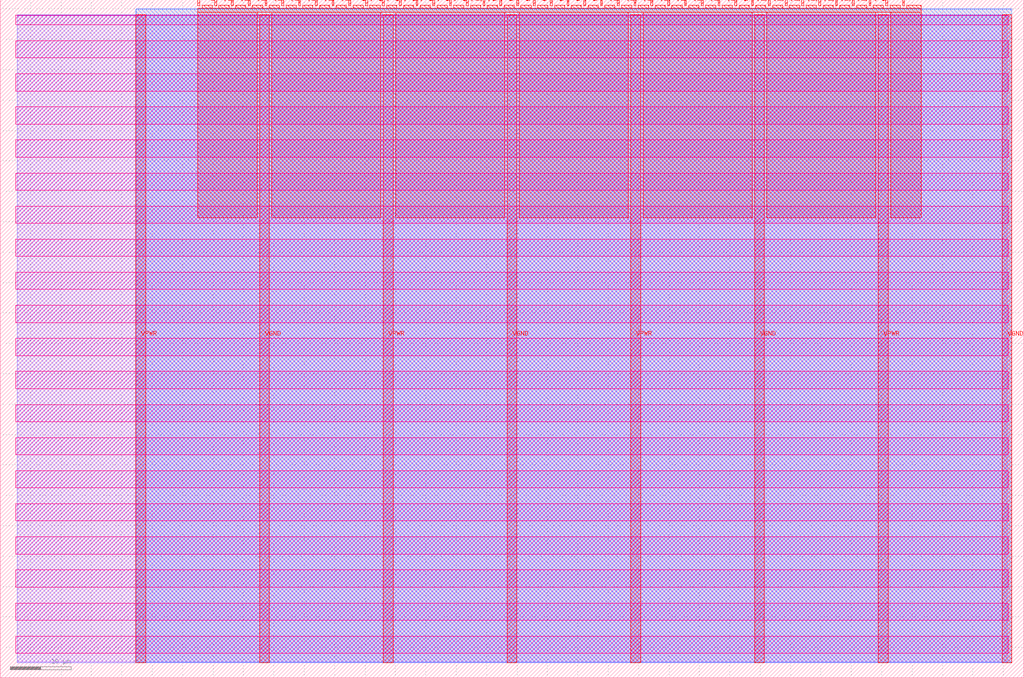
<source format=lef>
VERSION 5.7 ;
  NOWIREEXTENSIONATPIN ON ;
  DIVIDERCHAR "/" ;
  BUSBITCHARS "[]" ;
MACRO tt_um_wokwi_380408784463076353_dup
  CLASS BLOCK ;
  FOREIGN tt_um_wokwi_380408784463076353_dup ;
  ORIGIN 0.000 0.000 ;
  SIZE 168.360 BY 111.520 ;
  PIN VGND
    DIRECTION INOUT ;
    USE GROUND ;
    PORT
      LAYER met4 ;
        RECT 42.670 2.480 44.270 109.040 ;
    END
    PORT
      LAYER met4 ;
        RECT 83.380 2.480 84.980 109.040 ;
    END
    PORT
      LAYER met4 ;
        RECT 124.090 2.480 125.690 109.040 ;
    END
    PORT
      LAYER met4 ;
        RECT 164.800 2.480 166.400 109.040 ;
    END
  END VGND
  PIN VPWR
    DIRECTION INOUT ;
    USE POWER ;
    PORT
      LAYER met4 ;
        RECT 22.315 2.480 23.915 109.040 ;
    END
    PORT
      LAYER met4 ;
        RECT 63.025 2.480 64.625 109.040 ;
    END
    PORT
      LAYER met4 ;
        RECT 103.735 2.480 105.335 109.040 ;
    END
    PORT
      LAYER met4 ;
        RECT 144.445 2.480 146.045 109.040 ;
    END
  END VPWR
  PIN clk
    DIRECTION INPUT ;
    USE SIGNAL ;
    ANTENNAGATEAREA 0.852000 ;
    PORT
      LAYER met4 ;
        RECT 145.670 110.520 145.970 111.520 ;
    END
  END clk
  PIN ena
    DIRECTION INPUT ;
    USE SIGNAL ;
    PORT
      LAYER met4 ;
        RECT 148.430 110.520 148.730 111.520 ;
    END
  END ena
  PIN rst_n
    DIRECTION INPUT ;
    USE SIGNAL ;
    PORT
      LAYER met4 ;
        RECT 142.910 110.520 143.210 111.520 ;
    END
  END rst_n
  PIN ui_in[0]
    DIRECTION INPUT ;
    USE SIGNAL ;
    ANTENNAGATEAREA 0.196500 ;
    PORT
      LAYER met4 ;
        RECT 140.150 110.520 140.450 111.520 ;
    END
  END ui_in[0]
  PIN ui_in[1]
    DIRECTION INPUT ;
    USE SIGNAL ;
    ANTENNAGATEAREA 0.196500 ;
    PORT
      LAYER met4 ;
        RECT 137.390 110.520 137.690 111.520 ;
    END
  END ui_in[1]
  PIN ui_in[2]
    DIRECTION INPUT ;
    USE SIGNAL ;
    ANTENNAGATEAREA 0.126000 ;
    PORT
      LAYER met4 ;
        RECT 134.630 110.520 134.930 111.520 ;
    END
  END ui_in[2]
  PIN ui_in[3]
    DIRECTION INPUT ;
    USE SIGNAL ;
    ANTENNAGATEAREA 0.196500 ;
    PORT
      LAYER met4 ;
        RECT 131.870 110.520 132.170 111.520 ;
    END
  END ui_in[3]
  PIN ui_in[4]
    DIRECTION INPUT ;
    USE SIGNAL ;
    ANTENNAGATEAREA 0.126000 ;
    PORT
      LAYER met4 ;
        RECT 129.110 110.520 129.410 111.520 ;
    END
  END ui_in[4]
  PIN ui_in[5]
    DIRECTION INPUT ;
    USE SIGNAL ;
    ANTENNAGATEAREA 0.196500 ;
    PORT
      LAYER met4 ;
        RECT 126.350 110.520 126.650 111.520 ;
    END
  END ui_in[5]
  PIN ui_in[6]
    DIRECTION INPUT ;
    USE SIGNAL ;
    ANTENNAGATEAREA 0.196500 ;
    PORT
      LAYER met4 ;
        RECT 123.590 110.520 123.890 111.520 ;
    END
  END ui_in[6]
  PIN ui_in[7]
    DIRECTION INPUT ;
    USE SIGNAL ;
    ANTENNAGATEAREA 0.196500 ;
    PORT
      LAYER met4 ;
        RECT 120.830 110.520 121.130 111.520 ;
    END
  END ui_in[7]
  PIN uio_in[0]
    DIRECTION INPUT ;
    USE SIGNAL ;
    PORT
      LAYER met4 ;
        RECT 118.070 110.520 118.370 111.520 ;
    END
  END uio_in[0]
  PIN uio_in[1]
    DIRECTION INPUT ;
    USE SIGNAL ;
    PORT
      LAYER met4 ;
        RECT 115.310 110.520 115.610 111.520 ;
    END
  END uio_in[1]
  PIN uio_in[2]
    DIRECTION INPUT ;
    USE SIGNAL ;
    PORT
      LAYER met4 ;
        RECT 112.550 110.520 112.850 111.520 ;
    END
  END uio_in[2]
  PIN uio_in[3]
    DIRECTION INPUT ;
    USE SIGNAL ;
    PORT
      LAYER met4 ;
        RECT 109.790 110.520 110.090 111.520 ;
    END
  END uio_in[3]
  PIN uio_in[4]
    DIRECTION INPUT ;
    USE SIGNAL ;
    PORT
      LAYER met4 ;
        RECT 107.030 110.520 107.330 111.520 ;
    END
  END uio_in[4]
  PIN uio_in[5]
    DIRECTION INPUT ;
    USE SIGNAL ;
    PORT
      LAYER met4 ;
        RECT 104.270 110.520 104.570 111.520 ;
    END
  END uio_in[5]
  PIN uio_in[6]
    DIRECTION INPUT ;
    USE SIGNAL ;
    PORT
      LAYER met4 ;
        RECT 101.510 110.520 101.810 111.520 ;
    END
  END uio_in[6]
  PIN uio_in[7]
    DIRECTION INPUT ;
    USE SIGNAL ;
    PORT
      LAYER met4 ;
        RECT 98.750 110.520 99.050 111.520 ;
    END
  END uio_in[7]
  PIN uio_oe[0]
    DIRECTION OUTPUT TRISTATE ;
    USE SIGNAL ;
    PORT
      LAYER met4 ;
        RECT 51.830 110.520 52.130 111.520 ;
    END
  END uio_oe[0]
  PIN uio_oe[1]
    DIRECTION OUTPUT TRISTATE ;
    USE SIGNAL ;
    PORT
      LAYER met4 ;
        RECT 49.070 110.520 49.370 111.520 ;
    END
  END uio_oe[1]
  PIN uio_oe[2]
    DIRECTION OUTPUT TRISTATE ;
    USE SIGNAL ;
    PORT
      LAYER met4 ;
        RECT 46.310 110.520 46.610 111.520 ;
    END
  END uio_oe[2]
  PIN uio_oe[3]
    DIRECTION OUTPUT TRISTATE ;
    USE SIGNAL ;
    PORT
      LAYER met4 ;
        RECT 43.550 110.520 43.850 111.520 ;
    END
  END uio_oe[3]
  PIN uio_oe[4]
    DIRECTION OUTPUT TRISTATE ;
    USE SIGNAL ;
    PORT
      LAYER met4 ;
        RECT 40.790 110.520 41.090 111.520 ;
    END
  END uio_oe[4]
  PIN uio_oe[5]
    DIRECTION OUTPUT TRISTATE ;
    USE SIGNAL ;
    PORT
      LAYER met4 ;
        RECT 38.030 110.520 38.330 111.520 ;
    END
  END uio_oe[5]
  PIN uio_oe[6]
    DIRECTION OUTPUT TRISTATE ;
    USE SIGNAL ;
    PORT
      LAYER met4 ;
        RECT 35.270 110.520 35.570 111.520 ;
    END
  END uio_oe[6]
  PIN uio_oe[7]
    DIRECTION OUTPUT TRISTATE ;
    USE SIGNAL ;
    PORT
      LAYER met4 ;
        RECT 32.510 110.520 32.810 111.520 ;
    END
  END uio_oe[7]
  PIN uio_out[0]
    DIRECTION OUTPUT TRISTATE ;
    USE SIGNAL ;
    PORT
      LAYER met4 ;
        RECT 73.910 110.520 74.210 111.520 ;
    END
  END uio_out[0]
  PIN uio_out[1]
    DIRECTION OUTPUT TRISTATE ;
    USE SIGNAL ;
    PORT
      LAYER met4 ;
        RECT 71.150 110.520 71.450 111.520 ;
    END
  END uio_out[1]
  PIN uio_out[2]
    DIRECTION OUTPUT TRISTATE ;
    USE SIGNAL ;
    PORT
      LAYER met4 ;
        RECT 68.390 110.520 68.690 111.520 ;
    END
  END uio_out[2]
  PIN uio_out[3]
    DIRECTION OUTPUT TRISTATE ;
    USE SIGNAL ;
    PORT
      LAYER met4 ;
        RECT 65.630 110.520 65.930 111.520 ;
    END
  END uio_out[3]
  PIN uio_out[4]
    DIRECTION OUTPUT TRISTATE ;
    USE SIGNAL ;
    PORT
      LAYER met4 ;
        RECT 62.870 110.520 63.170 111.520 ;
    END
  END uio_out[4]
  PIN uio_out[5]
    DIRECTION OUTPUT TRISTATE ;
    USE SIGNAL ;
    PORT
      LAYER met4 ;
        RECT 60.110 110.520 60.410 111.520 ;
    END
  END uio_out[5]
  PIN uio_out[6]
    DIRECTION OUTPUT TRISTATE ;
    USE SIGNAL ;
    PORT
      LAYER met4 ;
        RECT 57.350 110.520 57.650 111.520 ;
    END
  END uio_out[6]
  PIN uio_out[7]
    DIRECTION OUTPUT TRISTATE ;
    USE SIGNAL ;
    PORT
      LAYER met4 ;
        RECT 54.590 110.520 54.890 111.520 ;
    END
  END uio_out[7]
  PIN uo_out[0]
    DIRECTION OUTPUT TRISTATE ;
    USE SIGNAL ;
    ANTENNADIFFAREA 0.795200 ;
    PORT
      LAYER met4 ;
        RECT 95.990 110.520 96.290 111.520 ;
    END
  END uo_out[0]
  PIN uo_out[1]
    DIRECTION OUTPUT TRISTATE ;
    USE SIGNAL ;
    ANTENNADIFFAREA 0.445500 ;
    PORT
      LAYER met4 ;
        RECT 93.230 110.520 93.530 111.520 ;
    END
  END uo_out[1]
  PIN uo_out[2]
    DIRECTION OUTPUT TRISTATE ;
    USE SIGNAL ;
    ANTENNADIFFAREA 0.445500 ;
    PORT
      LAYER met4 ;
        RECT 90.470 110.520 90.770 111.520 ;
    END
  END uo_out[2]
  PIN uo_out[3]
    DIRECTION OUTPUT TRISTATE ;
    USE SIGNAL ;
    ANTENNADIFFAREA 0.445500 ;
    PORT
      LAYER met4 ;
        RECT 87.710 110.520 88.010 111.520 ;
    END
  END uo_out[3]
  PIN uo_out[4]
    DIRECTION OUTPUT TRISTATE ;
    USE SIGNAL ;
    ANTENNADIFFAREA 0.445500 ;
    PORT
      LAYER met4 ;
        RECT 84.950 110.520 85.250 111.520 ;
    END
  END uo_out[4]
  PIN uo_out[5]
    DIRECTION OUTPUT TRISTATE ;
    USE SIGNAL ;
    ANTENNADIFFAREA 0.795200 ;
    PORT
      LAYER met4 ;
        RECT 82.190 110.520 82.490 111.520 ;
    END
  END uo_out[5]
  PIN uo_out[6]
    DIRECTION OUTPUT TRISTATE ;
    USE SIGNAL ;
    ANTENNADIFFAREA 0.445500 ;
    PORT
      LAYER met4 ;
        RECT 79.430 110.520 79.730 111.520 ;
    END
  END uo_out[6]
  PIN uo_out[7]
    DIRECTION OUTPUT TRISTATE ;
    USE SIGNAL ;
    ANTENNADIFFAREA 0.445500 ;
    PORT
      LAYER met4 ;
        RECT 76.670 110.520 76.970 111.520 ;
    END
  END uo_out[7]
  OBS
      LAYER nwell ;
        RECT 2.570 107.385 165.790 108.990 ;
        RECT 2.570 101.945 165.790 104.775 ;
        RECT 2.570 96.505 165.790 99.335 ;
        RECT 2.570 91.065 165.790 93.895 ;
        RECT 2.570 85.625 165.790 88.455 ;
        RECT 2.570 80.185 165.790 83.015 ;
        RECT 2.570 74.745 165.790 77.575 ;
        RECT 2.570 69.305 165.790 72.135 ;
        RECT 2.570 63.865 165.790 66.695 ;
        RECT 2.570 58.425 165.790 61.255 ;
        RECT 2.570 52.985 165.790 55.815 ;
        RECT 2.570 47.545 165.790 50.375 ;
        RECT 2.570 42.105 165.790 44.935 ;
        RECT 2.570 36.665 165.790 39.495 ;
        RECT 2.570 31.225 165.790 34.055 ;
        RECT 2.570 25.785 165.790 28.615 ;
        RECT 2.570 20.345 165.790 23.175 ;
        RECT 2.570 14.905 165.790 17.735 ;
        RECT 2.570 9.465 165.790 12.295 ;
        RECT 2.570 4.025 165.790 6.855 ;
      LAYER li1 ;
        RECT 2.760 2.635 165.600 108.885 ;
      LAYER met1 ;
        RECT 2.760 2.480 166.400 109.040 ;
      LAYER met2 ;
        RECT 22.345 2.535 166.370 110.005 ;
      LAYER met3 ;
        RECT 22.325 2.555 166.390 109.985 ;
      LAYER met4 ;
        RECT 33.210 110.120 34.870 110.650 ;
        RECT 35.970 110.120 37.630 110.650 ;
        RECT 38.730 110.120 40.390 110.650 ;
        RECT 41.490 110.120 43.150 110.650 ;
        RECT 44.250 110.120 45.910 110.650 ;
        RECT 47.010 110.120 48.670 110.650 ;
        RECT 49.770 110.120 51.430 110.650 ;
        RECT 52.530 110.120 54.190 110.650 ;
        RECT 55.290 110.120 56.950 110.650 ;
        RECT 58.050 110.120 59.710 110.650 ;
        RECT 60.810 110.120 62.470 110.650 ;
        RECT 63.570 110.120 65.230 110.650 ;
        RECT 66.330 110.120 67.990 110.650 ;
        RECT 69.090 110.120 70.750 110.650 ;
        RECT 71.850 110.120 73.510 110.650 ;
        RECT 74.610 110.120 76.270 110.650 ;
        RECT 77.370 110.120 79.030 110.650 ;
        RECT 80.130 110.120 81.790 110.650 ;
        RECT 82.890 110.120 84.550 110.650 ;
        RECT 85.650 110.120 87.310 110.650 ;
        RECT 88.410 110.120 90.070 110.650 ;
        RECT 91.170 110.120 92.830 110.650 ;
        RECT 93.930 110.120 95.590 110.650 ;
        RECT 96.690 110.120 98.350 110.650 ;
        RECT 99.450 110.120 101.110 110.650 ;
        RECT 102.210 110.120 103.870 110.650 ;
        RECT 104.970 110.120 106.630 110.650 ;
        RECT 107.730 110.120 109.390 110.650 ;
        RECT 110.490 110.120 112.150 110.650 ;
        RECT 113.250 110.120 114.910 110.650 ;
        RECT 116.010 110.120 117.670 110.650 ;
        RECT 118.770 110.120 120.430 110.650 ;
        RECT 121.530 110.120 123.190 110.650 ;
        RECT 124.290 110.120 125.950 110.650 ;
        RECT 127.050 110.120 128.710 110.650 ;
        RECT 129.810 110.120 131.470 110.650 ;
        RECT 132.570 110.120 134.230 110.650 ;
        RECT 135.330 110.120 136.990 110.650 ;
        RECT 138.090 110.120 139.750 110.650 ;
        RECT 140.850 110.120 142.510 110.650 ;
        RECT 143.610 110.120 145.270 110.650 ;
        RECT 146.370 110.120 148.030 110.650 ;
        RECT 149.130 110.120 151.505 110.650 ;
        RECT 32.495 109.440 151.505 110.120 ;
        RECT 32.495 75.655 42.270 109.440 ;
        RECT 44.670 75.655 62.625 109.440 ;
        RECT 65.025 75.655 82.980 109.440 ;
        RECT 85.380 75.655 103.335 109.440 ;
        RECT 105.735 75.655 123.690 109.440 ;
        RECT 126.090 75.655 144.045 109.440 ;
        RECT 146.445 75.655 151.505 109.440 ;
  END
END tt_um_wokwi_380408784463076353_dup
END LIBRARY


</source>
